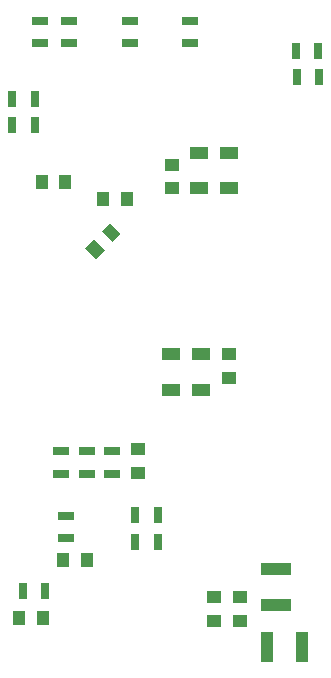
<source format=gbp>
G04 #@! TF.FileFunction,Paste,Bot*
%FSLAX46Y46*%
G04 Gerber Fmt 4.6, Leading zero omitted, Abs format (unit mm)*
G04 Created by KiCad (PCBNEW 4.0.0-2.201512072331+6194~38~ubuntu14.04.1-stable) date Mon 04 Jan 2016 09:00:13 PM CET*
%MOMM*%
G01*
G04 APERTURE LIST*
%ADD10C,0.100000*%
%ADD11R,1.300800X1.050800*%
%ADD12R,1.650800X1.050800*%
%ADD13R,1.050800X1.300800*%
%ADD14R,2.550800X1.050800*%
%ADD15R,1.050800X2.550800*%
%ADD16R,1.350800X0.750800*%
%ADD17R,0.750800X1.350800*%
G04 APERTURE END LIST*
D10*
D11*
X100351790Y-111714023D03*
X100351790Y-109714023D03*
D12*
X97938790Y-112722024D03*
X97938790Y-109722024D03*
X95398790Y-112722023D03*
X95398790Y-109722023D03*
D10*
G36*
X90280719Y-98588277D02*
X91200523Y-99508081D01*
X90457495Y-100251109D01*
X89537691Y-99331305D01*
X90280719Y-98588277D01*
X90280719Y-98588277D01*
G37*
G36*
X88866505Y-100002491D02*
X89786309Y-100922295D01*
X89043281Y-101665323D01*
X88123477Y-100745519D01*
X88866505Y-100002491D01*
X88866505Y-100002491D01*
G37*
D13*
X89678000Y-96570800D03*
X91678000Y-96570800D03*
X84471000Y-95173800D03*
X86471000Y-95173800D03*
D11*
X92583000Y-117745000D03*
X92583000Y-119745000D03*
D13*
X82566000Y-132080000D03*
X84566000Y-132080000D03*
D11*
X101219000Y-130318000D03*
X101219000Y-132318000D03*
X99060000Y-130318000D03*
X99060000Y-132318000D03*
D13*
X88299800Y-127177800D03*
X86299800Y-127177800D03*
D14*
X104267000Y-127913000D03*
X104267000Y-130913000D03*
D15*
X106529000Y-134493000D03*
X103529000Y-134493000D03*
D16*
X91948000Y-81473000D03*
X91948000Y-83373000D03*
X86741000Y-83373000D03*
X86741000Y-81473000D03*
X84328000Y-81473000D03*
X84328000Y-83373000D03*
X97028000Y-83373000D03*
X97028000Y-81473000D03*
X90424000Y-119822000D03*
X90424000Y-117922000D03*
X88265000Y-117922000D03*
X88265000Y-119822000D03*
X86106000Y-117922000D03*
X86106000Y-119822000D03*
X86487000Y-125283000D03*
X86487000Y-123383000D03*
D17*
X84770000Y-129794000D03*
X82870000Y-129794000D03*
X92395000Y-123317000D03*
X94295000Y-123317000D03*
X92395000Y-125603000D03*
X94295000Y-125603000D03*
D11*
X95504000Y-93665800D03*
X95504000Y-95665800D03*
D17*
X81981000Y-90297000D03*
X83881000Y-90297000D03*
X81981000Y-88138000D03*
X83881000Y-88138000D03*
X106047500Y-86233000D03*
X107947500Y-86233000D03*
X105984000Y-84074000D03*
X107884000Y-84074000D03*
D12*
X97790000Y-92657800D03*
X97790000Y-95657800D03*
X100330000Y-92657800D03*
X100330000Y-95657800D03*
M02*

</source>
